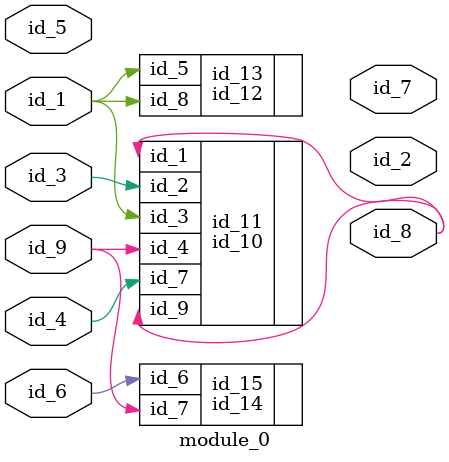
<source format=v>
module module_0 (
    id_1,
    id_2,
    id_3,
    id_4,
    id_5,
    id_6,
    id_7,
    id_8,
    id_9
);
  input id_9;
  output id_8;
  output id_7;
  input id_6;
  input id_5;
  input id_4;
  input id_3;
  output id_2;
  input id_1;
  id_10 id_11 (
      .id_9(id_8),
      .id_3(id_1),
      .id_7(id_4),
      .id_4(id_8),
      .id_4(id_9),
      .id_2(id_3),
      .id_1(id_8)
  );
  id_12 id_13 (
      .id_5(id_1),
      .id_8(id_1)
  );
  id_14 id_15 (
      .id_7(id_6),
      .id_6(id_6),
      .id_7(1'b0 || id_9)
  );
endmodule

</source>
